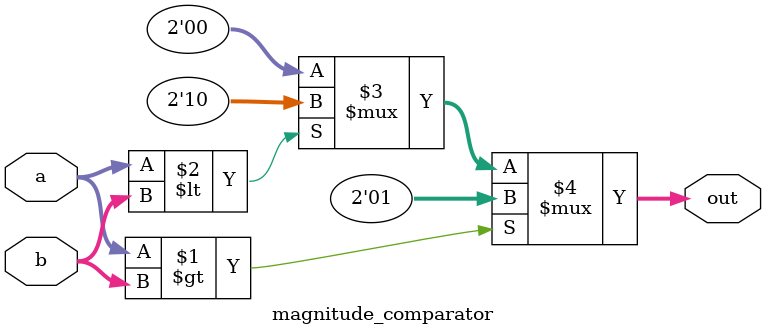
<source format=v>
module magnitude_comparator (
    input [3:0] a,
    input [3:0] b,
    output [1:0] out
);

    assign out = (a > b) ? 2'b01 : (a < b) ? 2'b10 : 2'b00;

endmodule
</source>
